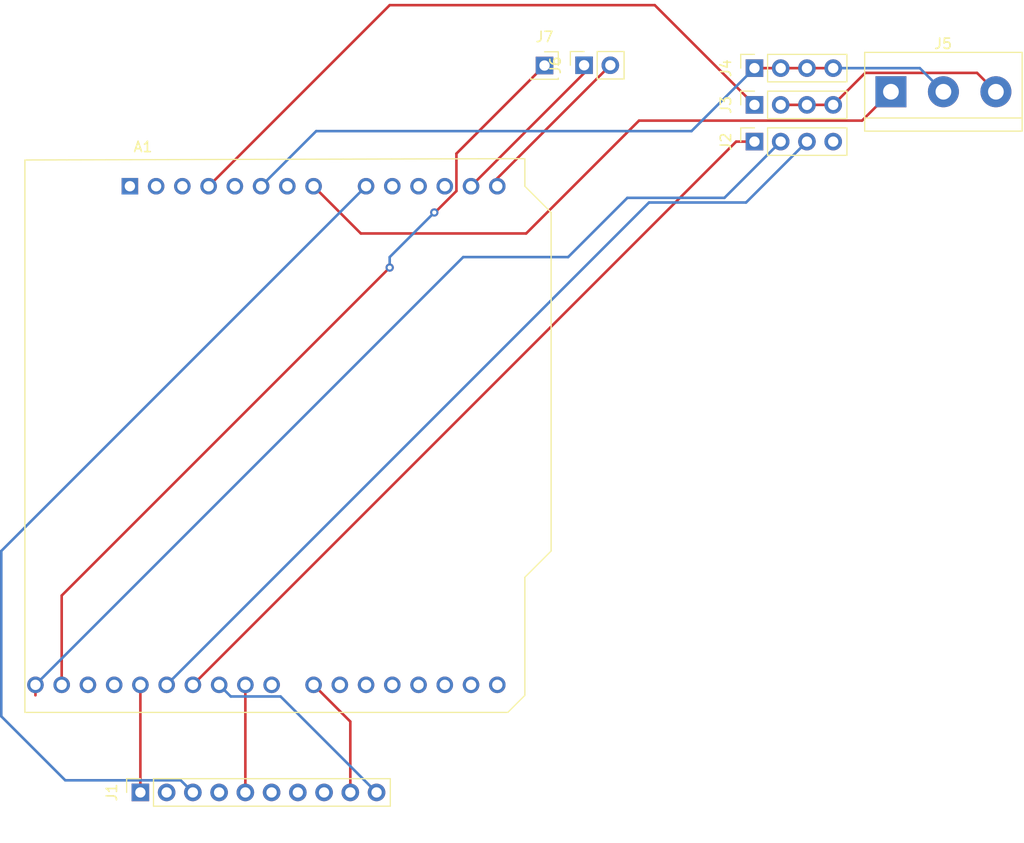
<source format=kicad_pcb>
(kicad_pcb (version 20221018) (generator pcbnew)
  (layers (0 "F.Cu" signal) (31 "B.Cu" signal) (34 "B.Paste" user) (35 "F.Paste" user) (36 "B.SilkS" user "B.Silkscreen") (37 "F.SilkS" user "F.Silkscreen") (38 "B.Mask" user) (39 "F.Mask" user) (44 "Edge.Cuts" user))
  (net 0 "")
  (net 4 "+3V3")
  (net 6 "GND")
  (net 8 "+12V")
  (net 9 "THR IN")
  (net 13 "Net-(J6-Pin_1)")
  (net 14 "Net-(J6-Pin_2)")
  (net 22 "STATE")
  (net 24 "MAX SPD")
  (net 25 "ESTOP")
  (net 26 "BP")
  (net 27 "STR ENC")
  (net 28 "STR IN")
  (net 31 "Net-(J7-Pin_1)")
  (net 32 "SM")
  (net 39 "+5V")
  (footprint "Connector_PinSocket_2.54mm:PinSocket_1x04_P2.54mm_Vertical" (layer "F.Cu") (at 175.768 57.404 90)
    (fp_text reference "J3" (at 0 -2.77 90) (layer "F.SilkS"))
    (fp_text value "PWR")
    (fp_line (start -1.33 1.27) (end -1.33 8.95) (stroke (width 0.12)) (layer "F.SilkS"))
    (fp_line (start -1.33 1.27) (end 1.33 1.27) (stroke (width 0.12)) (layer "F.SilkS"))
    (fp_line (start -1.33 8.95) (end 1.33 8.95) (stroke (width 0.12)) (layer "F.SilkS"))
    (fp_line (start 0 -1.33) (end 1.33 -1.33) (stroke (width 0.12)) (layer "F.SilkS"))
    (fp_line (start 1.33 -1.33) (end 1.33 0) (stroke (width 0.12)) (layer "F.SilkS"))
    (fp_line (start 1.33 1.27) (end 1.33 8.95) (stroke (width 0.12)) (layer "F.SilkS"))
    (pad "1" thru_hole rect (at 0 0 90) (size 1.7 1.7) (drill 1) (layers "*.Cu" "*.Mask") (net 4 "+3V3"))
    (pad "2" thru_hole oval (at 0 2.54 90) (size 1.7 1.7) (drill 1) (layers "*.Cu" "*.Mask") (net 39 "+5V"))
    (pad "3" thru_hole oval (at 0 5.08 90) (size 1.7 1.7) (drill 1) (layers "*.Cu" "*.Mask") (net 39 "+5V"))
    (pad "4" thru_hole oval (at 0 7.62 90) (size 1.7 1.7) (drill 1) (layers "*.Cu" "*.Mask") (net 39 "+5V"))
  )
  (footprint "TerminalBlock:TerminalBlock_bornier-3_P5.08mm" (layer "F.Cu") (at 188.976 56.134)
    (fp_text reference "J5" (at 5.05 -4.65) (layer "F.SilkS"))
    (fp_text value "Power")
    (fp_line (start -2.54 -3.81) (end 12.7 -3.81) (stroke (width 0.12)) (layer "F.SilkS"))
    (fp_line (start -2.54 2.54) (end 12.7 2.54) (stroke (width 0.12)) (layer "F.SilkS"))
    (fp_line (start -2.54 3.81) (end -2.54 -3.81) (stroke (width 0.12)) (layer "F.SilkS"))
    (fp_line (start -2.54 3.81) (end 12.7 3.81) (stroke (width 0.12)) (layer "F.SilkS"))
    (fp_line (start 12.7 3.81) (end 12.7 -3.81) (stroke (width 0.12)) (layer "F.SilkS"))
    (pad "1" thru_hole rect (at 0 0) (size 3 3) (drill 1.52) (layers "*.Cu" "*.Mask") (net 8 "+12V"))
    (pad "2" thru_hole circle (at 5.08 0) (size 3 3) (drill 1.52) (layers "*.Cu" "*.Mask") (net 6 "GND"))
    (pad "3" thru_hole circle (at 10.16 0) (size 3 3) (drill 1.52) (layers "*.Cu" "*.Mask") (net 39 "+5V"))
  )
  (footprint "Connector_PinSocket_2.54mm:PinSocket_1x01_P2.54mm_Vertical" (layer "F.Cu") (at 155.448 53.594)
    (fp_text reference "J7" (at 0 -2.77) (layer "F.SilkS"))
    (fp_text value "Throttle")
    (fp_line (start -1.33 1.21) (end -1.33 1.33) (stroke (width 0.12)) (layer "F.SilkS"))
    (fp_line (start -1.33 1.33) (end 1.33 1.33) (stroke (width 0.12)) (layer "F.SilkS"))
    (fp_line (start 0 -1.33) (end 1.33 -1.33) (stroke (width 0.12)) (layer "F.SilkS"))
    (fp_line (start 1.33 -1.33) (end 1.33 0) (stroke (width 0.12)) (layer "F.SilkS"))
    (fp_line (start 1.33 1.21) (end 1.33 1.33) (stroke (width 0.12)) (layer "F.SilkS"))
    (pad "1" thru_hole rect (at 0 0) (size 1.7 1.7) (drill 1) (layers "*.Cu" "*.Mask") (net 31 "Net-(J7-Pin_1)"))
  )
  (footprint "Connector_PinSocket_2.54mm:PinSocket_1x02_P2.54mm_Vertical" (layer "F.Cu") (at 159.278 53.569 90)
    (fp_text reference "J6" (at 0 -2.77 90) (layer "F.SilkS"))
    (fp_text value "Brake Controller")
    (fp_line (start -1.33 1.27) (end -1.33 3.87) (stroke (width 0.12)) (layer "F.SilkS"))
    (fp_line (start -1.33 1.27) (end 1.33 1.27) (stroke (width 0.12)) (layer "F.SilkS"))
    (fp_line (start -1.33 3.87) (end 1.33 3.87) (stroke (width 0.12)) (layer "F.SilkS"))
    (fp_line (start 0 -1.33) (end 1.33 -1.33) (stroke (width 0.12)) (layer "F.SilkS"))
    (fp_line (start 1.33 -1.33) (end 1.33 0) (stroke (width 0.12)) (layer "F.SilkS"))
    (fp_line (start 1.33 1.27) (end 1.33 3.87) (stroke (width 0.12)) (layer "F.SilkS"))
    (pad "1" thru_hole rect (at 0 0 90) (size 1.7 1.7) (drill 1) (layers "*.Cu" "*.Mask") (net 13 "Net-(J6-Pin_1)"))
    (pad "2" thru_hole oval (at 0 2.54 90) (size 1.7 1.7) (drill 1) (layers "*.Cu" "*.Mask") (net 14 "Net-(J6-Pin_2)"))
  )
  (footprint "Connector_PinSocket_2.54mm:PinSocket_1x04_P2.54mm_Vertical" (layer "F.Cu") (at 175.768 53.848 90)
    (fp_text reference "J4" (at 0 -2.77 90) (layer "F.SilkS"))
    (fp_text value "GND")
    (fp_line (start -1.33 1.27) (end -1.33 8.95) (stroke (width 0.12)) (layer "F.SilkS"))
    (fp_line (start -1.33 1.27) (end 1.33 1.27) (stroke (width 0.12)) (layer "F.SilkS"))
    (fp_line (start -1.33 8.95) (end 1.33 8.95) (stroke (width 0.12)) (layer "F.SilkS"))
    (fp_line (start 0 -1.33) (end 1.33 -1.33) (stroke (width 0.12)) (layer "F.SilkS"))
    (fp_line (start 1.33 -1.33) (end 1.33 0) (stroke (width 0.12)) (layer "F.SilkS"))
    (fp_line (start 1.33 1.27) (end 1.33 8.95) (stroke (width 0.12)) (layer "F.SilkS"))
    (pad "1" thru_hole rect (at 0 0 90) (size 1.7 1.7) (drill 1) (layers "*.Cu" "*.Mask") (net 6 "GND"))
    (pad "2" thru_hole oval (at 0 2.54 90) (size 1.7 1.7) (drill 1) (layers "*.Cu" "*.Mask") (net 6 "GND"))
    (pad "3" thru_hole oval (at 0 5.08 90) (size 1.7 1.7) (drill 1) (layers "*.Cu" "*.Mask") (net 6 "GND"))
    (pad "4" thru_hole oval (at 0 7.62 90) (size 1.7 1.7) (drill 1) (layers "*.Cu" "*.Mask") (net 6 "GND"))
  )
  (footprint "Module:Arduino_UNO_R3_Bare" (layer "F.Cu") (at 115.316 65.278)
    (fp_text reference "A1" (at 1.27 -3.81 180) (layer "F.SilkS"))
    (fp_text value "STM32 Nucleo Board")
    (fp_line (start -10.16 -2.54) (end -10.16 50.93) (stroke (width 0.12)) (layer "F.SilkS"))
    (fp_line (start -10.16 50.93) (end 36.58 50.93) (stroke (width 0.12)) (layer "F.SilkS"))
    (fp_line (start 36.58 50.93) (end 38.23 49.28) (stroke (width 0.12)) (layer "F.SilkS"))
    (fp_line (start 38.23 -2.67) (end -10.16 -2.54) (stroke (width 0.12)) (layer "F.SilkS"))
    (fp_line (start 38.23 0) (end 38.23 -2.67) (stroke (width 0.12)) (layer "F.SilkS"))
    (fp_line (start 38.23 37.85) (end 40.77 35.31) (stroke (width 0.12)) (layer "F.SilkS"))
    (fp_line (start 38.23 49.28) (end 38.23 37.85) (stroke (width 0.12)) (layer "F.SilkS"))
    (fp_line (start 40.77 2.54) (end 38.23 0) (stroke (width 0.12)) (layer "F.SilkS"))
    (fp_line (start 40.77 35.31) (end 40.77 2.54) (stroke (width 0.12)) (layer "F.SilkS"))
    (pad "1" thru_hole rect (at 0 0 90) (size 1.6 1.6) (drill 1) (layers "*.Cu" "*.Mask"))
    (pad "2" thru_hole oval (at 2.54 0 90) (size 1.6 1.6) (drill 1) (layers "*.Cu" "*.Mask"))
    (pad "3" thru_hole oval (at 5.08 0 90) (size 1.6 1.6) (drill 1) (layers "*.Cu" "*.Mask"))
    (pad "4" thru_hole oval (at 7.62 0 90) (size 1.6 1.6) (drill 1) (layers "*.Cu" "*.Mask") (net 4 "+3V3"))
    (pad "5" thru_hole oval (at 10.16 0 90) (size 1.6 1.6) (drill 1) (layers "*.Cu" "*.Mask"))
    (pad "6" thru_hole oval (at 12.7 0 90) (size 1.6 1.6) (drill 1) (layers "*.Cu" "*.Mask") (net 6 "GND"))
    (pad "7" thru_hole oval (at 15.24 0 90) (size 1.6 1.6) (drill 1) (layers "*.Cu" "*.Mask"))
    (pad "8" thru_hole oval (at 17.78 0 90) (size 1.6 1.6) (drill 1) (layers "*.Cu" "*.Mask") (net 8 "+12V"))
    (pad "9" thru_hole oval (at 22.86 0 90) (size 1.6 1.6) (drill 1) (layers "*.Cu" "*.Mask") (net 9 "THR IN"))
    (pad "10" thru_hole oval (at 25.4 0 90) (size 1.6 1.6) (drill 1) (layers "*.Cu" "*.Mask"))
    (pad "11" thru_hole oval (at 27.94 0 90) (size 1.6 1.6) (drill 1) (layers "*.Cu" "*.Mask"))
    (pad "12" thru_hole oval (at 30.48 0 90) (size 1.6 1.6) (drill 1) (layers "*.Cu" "*.Mask"))
    (pad "13" thru_hole oval (at 33.02 0 90) (size 1.6 1.6) (drill 1) (layers "*.Cu" "*.Mask") (net 13 "Net-(J6-Pin_1)"))
    (pad "14" thru_hole oval (at 35.56 0 90) (size 1.6 1.6) (drill 1) (layers "*.Cu" "*.Mask") (net 14 "Net-(J6-Pin_2)"))
    (pad "15" thru_hole oval (at 35.56 48.26 90) (size 1.6 1.6) (drill 1) (layers "*.Cu" "*.Mask"))
    (pad "16" thru_hole oval (at 33.02 48.26 90) (size 1.6 1.6) (drill 1) (layers "*.Cu" "*.Mask"))
    (pad "17" thru_hole oval (at 30.48 48.26 90) (size 1.6 1.6) (drill 1) (layers "*.Cu" "*.Mask"))
    (pad "18" thru_hole oval (at 27.94 48.26 90) (size 1.6 1.6) (drill 1) (layers "*.Cu" "*.Mask"))
    (pad "19" thru_hole oval (at 25.4 48.26 90) (size 1.6 1.6) (drill 1) (layers "*.Cu" "*.Mask"))
    (pad "20" thru_hole oval (at 22.86 48.26 90) (size 1.6 1.6) (drill 1) (layers "*.Cu" "*.Mask"))
    (pad "21" thru_hole oval (at 20.32 48.26 90) (size 1.6 1.6) (drill 1) (layers "*.Cu" "*.Mask"))
    (pad "22" thru_hole oval (at 17.78 48.26 90) (size 1.6 1.6) (drill 1) (layers "*.Cu" "*.Mask") (net 22 "STATE"))
    (pad "23" thru_hole oval (at 13.72 48.26 90) (size 1.6 1.6) (drill 1) (layers "*.Cu" "*.Mask"))
    (pad "24" thru_hole oval (at 11.18 48.26 90) (size 1.6 1.6) (drill 1) (layers "*.Cu" "*.Mask") (net 24 "MAX SPD"))
    (pad "25" thru_hole oval (at 8.64 48.26 90) (size 1.6 1.6) (drill 1) (layers "*.Cu" "*.Mask") (net 25 "ESTOP"))
    (pad "26" thru_hole oval (at 6.1 48.26 90) (size 1.6 1.6) (drill 1) (layers "*.Cu" "*.Mask") (net 26 "BP"))
    (pad "27" thru_hole oval (at 3.56 48.26 90) (size 1.6 1.6) (drill 1) (layers "*.Cu" "*.Mask") (net 27 "STR ENC"))
    (pad "28" thru_hole oval (at 1.02 48.26 90) (size 1.6 1.6) (drill 1) (layers "*.Cu" "*.Mask") (net 28 "STR IN"))
    (pad "29" thru_hole oval (at -1.52 48.26 90) (size 1.6 1.6) (drill 1) (layers "*.Cu" "*.Mask"))
    (pad "30" thru_hole oval (at -4.06 48.26 90) (size 1.6 1.6) (drill 1) (layers "*.Cu" "*.Mask"))
    (pad "31" thru_hole oval (at -6.6 48.26 90) (size 1.6 1.6) (drill 1) (layers "*.Cu" "*.Mask") (net 31 "Net-(J7-Pin_1)"))
    (pad "32" thru_hole oval (at -9.14 48.26 90) (size 1.6 1.6) (drill 1) (layers "*.Cu" "*.Mask") (net 32 "SM"))
  )
  (footprint "Connector_PinSocket_2.54mm:PinSocket_1x04_P2.54mm_Vertical" (layer "F.Cu") (at 175.768 60.96 90)
    (fp_text reference "J2" (at 0 -2.77 90) (layer "F.SilkS"))
    (fp_text value "SIG")
    (fp_line (start -1.33 1.27) (end -1.33 8.95) (stroke (width 0.12)) (layer "F.SilkS"))
    (fp_line (start -1.33 1.27) (end 1.33 1.27) (stroke (width 0.12)) (layer "F.SilkS"))
    (fp_line (start -1.33 8.95) (end 1.33 8.95) (stroke (width 0.12)) (layer "F.SilkS"))
    (fp_line (start 0 -1.33) (end 1.33 -1.33) (stroke (width 0.12)) (layer "F.SilkS"))
    (fp_line (start 1.33 -1.33) (end 1.33 0) (stroke (width 0.12)) (layer "F.SilkS"))
    (fp_line (start 1.33 1.27) (end 1.33 8.95) (stroke (width 0.12)) (layer "F.SilkS"))
    (pad "1" thru_hole rect (at 0 0 90) (size 1.7 1.7) (drill 1) (layers "*.Cu" "*.Mask") (net 26 "BP"))
    (pad "2" thru_hole oval (at 0 2.54 90) (size 1.7 1.7) (drill 1) (layers "*.Cu" "*.Mask") (net 32 "SM"))
    (pad "3" thru_hole oval (at 0 5.08 90) (size 1.7 1.7) (drill 1) (layers "*.Cu" "*.Mask") (net 27 "STR ENC"))
    (pad "4" thru_hole oval (at 0 7.62 90) (size 1.7 1.7) (drill 1) (layers "*.Cu" "*.Mask"))
  )
  (footprint "Connector_PinSocket_2.54mm:PinSocket_1x10_P2.54mm_Vertical" (layer "F.Cu") (at 116.332 123.952 90)
    (fp_text reference "J1" (at 0 -2.77 90) (layer "F.SilkS"))
    (fp_text value "RC Channels")
    (fp_line (start -1.33 1.27) (end -1.33 24.19) (stroke (width 0.12)) (layer "F.SilkS"))
    (fp_line (start -1.33 1.27) (end 1.33 1.27) (stroke (width 0.12)) (layer "F.SilkS"))
    (fp_line (start -1.33 24.19) (end 1.33 24.19) (stroke (width 0.12)) (layer "F.SilkS"))
    (fp_line (start 0 -1.33) (end 1.33 -1.33) (stroke (width 0.12)) (layer "F.SilkS"))
    (fp_line (start 1.33 -1.33) (end 1.33 0) (stroke (width 0.12)) (layer "F.SilkS"))
    (fp_line (start 1.33 1.27) (end 1.33 24.19) (stroke (width 0.12)) (layer "F.SilkS"))
    (pad "1" thru_hole rect (at 0 0 90) (size 1.7 1.7) (drill 1) (layers "*.Cu" "*.Mask") (net 28 "STR IN"))
    (pad "2" thru_hole oval (at 0 2.54 90) (size 1.7 1.7) (drill 1) (layers "*.Cu" "*.Mask"))
    (pad "3" thru_hole oval (at 0 5.08 90) (size 1.7 1.7) (drill 1) (layers "*.Cu" "*.Mask") (net 9 "THR IN"))
    (pad "4" thru_hole oval (at 0 7.62 90) (size 1.7 1.7) (drill 1) (layers "*.Cu" "*.Mask"))
    (pad "5" thru_hole oval (at 0 10.16 90) (size 1.7 1.7) (drill 1) (layers "*.Cu" "*.Mask") (net 24 "MAX SPD"))
    (pad "6" thru_hole oval (at 0 12.7 90) (size 1.7 1.7) (drill 1) (layers "*.Cu" "*.Mask"))
    (pad "7" thru_hole oval (at 0 15.24 90) (size 1.7 1.7) (drill 1) (layers "*.Cu" "*.Mask"))
    (pad "8" thru_hole oval (at 0 17.78 90) (size 1.7 1.7) (drill 1) (layers "*.Cu" "*.Mask"))
    (pad "9" thru_hole oval (at 0 20.32 90) (size 1.7 1.7) (drill 1) (layers "*.Cu" "*.Mask") (net 22 "STATE"))
    (pad "10" thru_hole oval (at 0 22.86 90) (size 1.7 1.7) (drill 1) (layers "*.Cu" "*.Mask") (net 25 "ESTOP"))
  )
  (segment (start 140.462 47.752) (end 122.936 65.278) (width 0.25) (layer "F.Cu") (net 4))
  (segment (start 175.768 57.404) (end 166.116 47.752) (width 0.25) (layer "F.Cu") (net 4))
  (segment (start 166.116 47.752) (end 140.462 47.752) (width 0.25) (layer "F.Cu") (net 4))
  (segment (start 178.308 53.848) (end 180.848 53.848) (width 0.25) (layer "F.Cu") (net 6))
  (segment (start 178.308 53.848) (end 175.768 53.848) (width 0.25) (layer "F.Cu") (net 6))
  (segment (start 183.388 53.848) (end 180.848 53.848) (width 0.25) (layer "F.Cu") (net 6))
  (segment (start 133.35 59.944) (end 128.016 65.278) (width 0.25) (layer "B.Cu") (net 6))
  (segment (start 194.056 56.134) (end 191.77 53.848) (width 0.25) (layer "B.Cu") (net 6))
  (segment (start 191.77 53.848) (end 183.388 53.848) (width 0.25) (layer "B.Cu") (net 6))
  (segment (start 169.672 59.944) (end 133.35 59.944) (width 0.25) (layer "B.Cu") (net 6))
  (segment (start 175.768 53.848) (end 169.672 59.944) (width 0.25) (layer "B.Cu") (net 6))
  (segment (start 186.182 58.928) (end 164.592 58.928) (width 0.25) (layer "F.Cu") (net 8))
  (segment (start 164.592 58.928) (end 153.67 69.85) (width 0.25) (layer "F.Cu") (net 8))
  (segment (start 153.67 69.85) (end 137.668 69.85) (width 0.25) (layer "F.Cu") (net 8))
  (segment (start 137.668 69.85) (end 133.096 65.278) (width 0.25) (layer "F.Cu") (net 8))
  (segment (start 188.976 56.134) (end 186.182 58.928) (width 0.25) (layer "F.Cu") (net 8))
  (segment (start 120.237 122.777) (end 109.061 122.777) (width 0.25) (layer "B.Cu") (net 9))
  (segment (start 102.87 100.584) (end 138.176 65.278) (width 0.25) (layer "B.Cu") (net 9))
  (segment (start 121.412 123.952) (end 120.237 122.777) (width 0.25) (layer "B.Cu") (net 9))
  (segment (start 109.061 122.777) (end 102.87 116.586) (width 0.25) (layer "B.Cu") (net 9))
  (segment (start 102.87 116.586) (end 102.87 100.584) (width 0.25) (layer "B.Cu") (net 9))
  (segment (start 159.278 53.569) (end 159.278 54.336) (width 0.25) (layer "F.Cu") (net 13))
  (segment (start 159.278 54.336) (end 148.336 65.278) (width 0.25) (layer "F.Cu") (net 13))
  (segment (start 161.818 53.569) (end 150.876 64.511) (width 0.25) (layer "F.Cu") (net 14))
  (segment (start 150.876 64.511) (end 150.876 65.278) (width 0.25) (layer "F.Cu") (net 14))
  (segment (start 136.652 123.952) (end 136.652 117.094) (width 0.25) (layer "F.Cu") (net 22))
  (segment (start 136.652 117.094) (end 133.096 113.538) (width 0.25) (layer "F.Cu") (net 22))
  (segment (start 126.492 113.542) (end 126.496 113.538) (width 0.25) (layer "F.Cu") (net 24))
  (segment (start 126.492 123.952) (end 126.492 113.542) (width 0.25) (layer "F.Cu") (net 24))
  (segment (start 125.081 114.663) (end 123.956 113.538) (width 0.25) (layer "B.Cu") (net 25))
  (segment (start 129.903 114.663) (end 125.081 114.663) (width 0.25) (layer "B.Cu") (net 25))
  (segment (start 139.192 123.952) (end 129.903 114.663) (width 0.25) (layer "B.Cu") (net 25))
  (segment (start 173.994 60.96) (end 121.416 113.538) (width 0.25) (layer "F.Cu") (net 26))
  (segment (start 175.768 60.96) (end 173.994 60.96) (width 0.25) (layer "F.Cu") (net 26))
  (segment (start 180.848 60.96) (end 174.955 66.853) (width 0.25) (layer "B.Cu") (net 27))
  (segment (start 174.955 66.853) (end 165.561 66.853) (width 0.25) (layer "B.Cu") (net 27))
  (segment (start 165.561 66.853) (end 118.876 113.538) (width 0.25) (layer "B.Cu") (net 27))
  (segment (start 116.332 113.542) (end 116.336 113.538) (width 0.25) (layer "F.Cu") (net 28))
  (segment (start 116.332 123.952) (end 116.332 113.542) (width 0.25) (layer "F.Cu") (net 28))
  (segment (start 146.921 65.743991) (end 144.846991 67.818) (width 0.25) (layer "F.Cu") (net 31))
  (segment (start 144.846991 67.818) (end 144.78 67.818) (width 0.25) (layer "F.Cu") (net 31))
  (segment (start 108.716 104.898) (end 108.716 113.538) (width 0.25) (layer "F.Cu") (net 31))
  (segment (start 140.462 73.152) (end 108.716 104.898) (width 0.25) (layer "F.Cu") (net 31))
  (segment (start 155.448 53.594) (end 146.921 62.121) (width 0.25) (layer "F.Cu") (net 31))
  (segment (start 146.921 62.121) (end 146.921 65.743991) (width 0.25) (layer "F.Cu") (net 31))
  (via (at 144.78 67.818) (size 0.8) (drill 0.4) (layers "F.Cu" "B.Cu") (net 31))
  (via (at 140.462 73.152) (size 0.8) (drill 0.4) (layers "F.Cu" "B.Cu") (net 31))
  (segment (start 140.462 72.136) (end 140.462 73.152) (width 0.25) (layer "B.Cu") (net 31))
  (segment (start 144.78 67.818) (end 140.462 72.136) (width 0.25) (layer "B.Cu") (net 31))
  (segment (start 106.176 114.55) (end 106.176 113.538) (width 0.25) (layer "F.Cu") (net 32))
  (segment (start 172.865 66.403) (end 163.467 66.403) (width 0.25) (layer "B.Cu") (net 32))
  (segment (start 157.734 72.136) (end 147.578 72.136) (width 0.25) (layer "B.Cu") (net 32))
  (segment (start 178.308 60.96) (end 172.865 66.403) (width 0.25) (layer "B.Cu") (net 32))
  (segment (start 147.578 72.136) (end 106.176 113.538) (width 0.25) (layer "B.Cu") (net 32))
  (segment (start 163.467 66.403) (end 157.734 72.136) (width 0.25) (layer "B.Cu") (net 32))
  (segment (start 178.308 57.404) (end 180.848 57.404) (width 0.25) (layer "F.Cu") (net 39))
  (segment (start 197.311 54.309) (end 186.483 54.309) (width 0.25) (layer "F.Cu") (net 39))
  (segment (start 180.848 57.404) (end 183.388 57.404) (width 0.25) (layer "F.Cu") (net 39))
  (segment (start 186.483 54.309) (end 183.388 57.404) (width 0.25) (layer "F.Cu") (net 39))
  (segment (start 199.136 56.134) (end 197.311 54.309) (width 0.25) (layer "F.Cu") (net 39))
)
</source>
